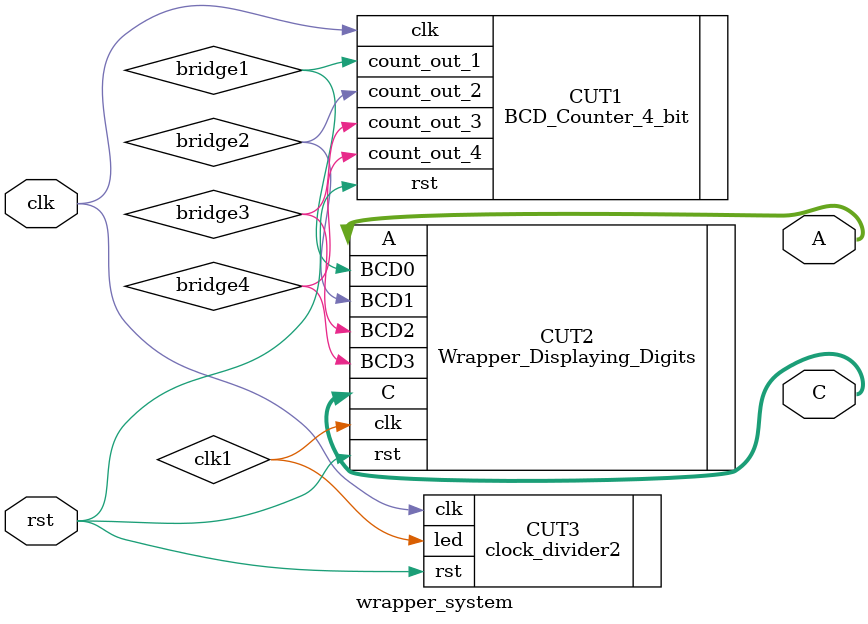
<source format=v>
`timescale 1ns / 1ps


module wrapper_system(

input clk, rst,
output [6:0] C,
output [3:0] A

    );
    
    wire clk1;
    clock_divider2 CUT3(
    
    .clk(clk),
    .rst(rst),
    .led(clk1)
     );
    
    wire bridge1, bridge2, bridge3, bridge4;
    BCD_Counter_4_bit CUT1(
    
    .clk(clk),
    .rst(rst),
    .count_out_1(bridge1),
    .count_out_2(bridge2),
    .count_out_3(bridge3),
    .count_out_4(bridge4)
   
    );
    
    Wrapper_Displaying_Digits CUT2(
    
    .clk(clk1),
    .rst(rst),
    .BCD0(bridge1),
    .BCD1(bridge2),
    .BCD2(bridge3),
    .BCD3(bridge4),
    .C(C),
    .A(A)
    
    );   
    
endmodule

</source>
